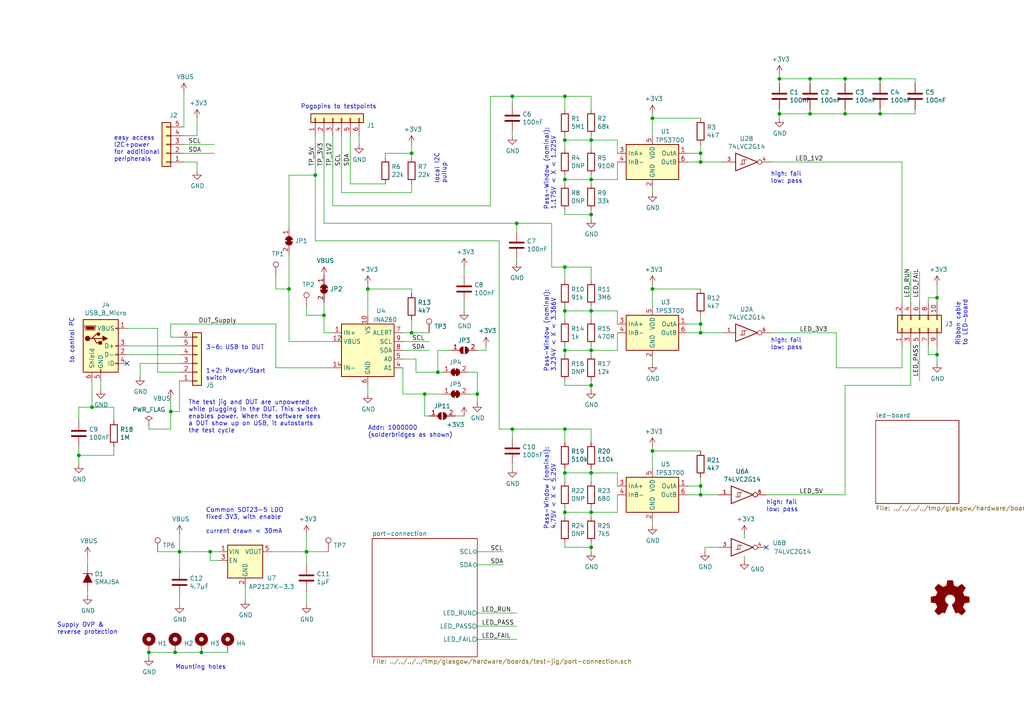
<source format=kicad_sch>
(kicad_sch (version 20230121) (generator eeschema)
  (paper "A4")
  (title_block (title "Glasgow Test Jig") (comment 1 "License 0BSD or Apache 2.0") (comment 3 "by Electronic Eel") (comment 4 "Test Jig for Glasgow revC1"))
  (junction (at 91.44 50.8))
  (junction (at 245.11 22.86))
  (junction (at 171.45 137.16))
  (junction (at 271.78 102.87))
  (junction (at 171.45 90.17))
  (junction (at 189.23 83.82))
  (junction (at 163.83 27.94))
  (junction (at 58.42 189.23))
  (junction (at 163.83 40.64))
  (junction (at 189.23 34.29))
  (junction (at 255.27 33.02))
  (junction (at 163.83 90.17))
  (junction (at 93.98 91.44))
  (junction (at 171.45 101.6))
  (junction (at 203.2 44.45))
  (junction (at 123.19 114.3))
  (junction (at 148.59 27.94))
  (junction (at 149.86 64.77))
  (junction (at 163.83 137.16))
  (junction (at 163.83 52.07))
  (junction (at 50.8 189.23))
  (junction (at 234.95 22.86))
  (junction (at 88.9 160.02))
  (junction (at 148.59 124.46))
  (junction (at 234.95 33.02))
  (junction (at 203.2 93.98))
  (junction (at 127 107.95))
  (junction (at 26.67 118.11))
  (junction (at 163.83 77.47))
  (junction (at 83.82 83.82))
  (junction (at 255.27 22.86))
  (junction (at 163.83 101.6))
  (junction (at 119.38 96.52))
  (junction (at 203.2 46.99))
  (junction (at 52.07 160.02))
  (junction (at 106.68 83.82))
  (junction (at 171.45 52.07))
  (junction (at 163.83 124.46))
  (junction (at 138.43 114.3))
  (junction (at 171.45 40.64))
  (junction (at 203.2 143.51))
  (junction (at 271.78 86.36))
  (junction (at 171.45 62.23))
  (junction (at 203.2 96.52))
  (junction (at 189.23 130.81))
  (junction (at 49.53 119.38))
  (junction (at 171.45 111.76))
  (junction (at 171.45 148.59))
  (junction (at 226.06 33.02))
  (junction (at 171.45 158.75))
  (junction (at 203.2 140.97))
  (junction (at 226.06 22.86))
  (junction (at 163.83 148.59))
  (junction (at 60.96 160.02))
  (junction (at 119.38 44.45))
  (junction (at 245.11 33.02))
  (junction (at 43.18 189.23))
  (junction (at 22.86 132.08))
  (no_connect (at 222.25 158.75))
  (no_connect (at 36.83 105.41))
  (wire (pts (xy 215.9 154.94) (xy 215.9 156.21)))
  (wire (pts (xy 80.01 83.82) (xy 83.82 83.82)))
  (wire (pts (xy 179.07 90.17) (xy 171.45 90.17)))
  (wire (pts (xy 265.43 33.02) (xy 265.43 31.75)))
  (wire (pts (xy 163.83 40.64) (xy 163.83 43.18)))
  (wire (pts (xy 171.45 111.76) (xy 171.45 110.49)))
  (wire (pts (xy 163.83 157.48) (xy 163.83 158.75)))
  (wire (pts (xy 149.86 67.31) (xy 149.86 64.77)))
  (wire (pts (xy 163.83 62.23) (xy 171.45 62.23)))
  (wire (pts (xy 93.98 64.77) (xy 149.86 64.77)))
  (wire (pts (xy 179.07 96.52) (xy 179.07 101.6)))
  (wire (pts (xy 138.43 163.83) (xy 146.05 163.83)))
  (wire (pts (xy 226.06 33.02) (xy 234.95 33.02)))
  (wire (pts (xy 116.84 104.14) (xy 120.65 104.14)))
  (wire (pts (xy 171.45 113.03) (xy 171.45 111.76)))
  (wire (pts (xy 203.2 46.99) (xy 209.55 46.99)))
  (wire (pts (xy 261.62 106.68) (xy 261.62 100.33)))
  (wire (pts (xy 163.83 77.47) (xy 163.83 81.28)))
  (wire (pts (xy 234.95 22.86) (xy 234.95 24.13)))
  (wire (pts (xy 96.52 39.37) (xy 96.52 59.69)))
  (wire (pts (xy 163.83 52.07) (xy 171.45 52.07)))
  (wire (pts (xy 179.07 52.07) (xy 171.45 52.07)))
  (wire (pts (xy 52.07 160.02) (xy 52.07 154.94)))
  (wire (pts (xy 63.5 160.02) (xy 60.96 160.02)))
  (wire (pts (xy 106.68 91.44) (xy 106.68 83.82)))
  (wire (pts (xy 208.28 158.75) (xy 204.47 158.75)))
  (wire (pts (xy 119.38 41.91) (xy 119.38 44.45)))
  (wire (pts (xy 83.82 73.66) (xy 83.82 83.82)))
  (wire (pts (xy 52.07 97.79) (xy 49.53 97.79)))
  (wire (pts (xy 80.01 80.01) (xy 80.01 83.82)))
  (wire (pts (xy 171.45 43.18) (xy 171.45 40.64)))
  (wire (pts (xy 245.11 22.86) (xy 245.11 24.13)))
  (wire (pts (xy 88.9 91.44) (xy 93.98 91.44)))
  (wire (pts (xy 203.2 96.52) (xy 209.55 96.52)))
  (wire (pts (xy 49.53 97.79) (xy 49.53 93.98)))
  (wire (pts (xy 245.11 22.86) (xy 255.27 22.86)))
  (wire (pts (xy 138.43 101.6) (xy 140.97 101.6)))
  (wire (pts (xy 171.45 27.94) (xy 171.45 31.75)))
  (wire (pts (xy 179.07 40.64) (xy 171.45 40.64)))
  (wire (pts (xy 189.23 83.82) (xy 189.23 88.9)))
  (wire (pts (xy 138.43 160.02) (xy 146.05 160.02)))
  (wire (pts (xy 203.2 41.91) (xy 203.2 44.45)))
  (wire (pts (xy 189.23 130.81) (xy 189.23 135.89)))
  (wire (pts (xy 43.18 124.46) (xy 43.18 123.19)))
  (wire (pts (xy 148.59 135.89) (xy 148.59 134.62)))
  (wire (pts (xy 40.64 105.41) (xy 40.64 109.22)))
  (wire (pts (xy 106.68 83.82) (xy 106.68 82.55)))
  (wire (pts (xy 83.82 66.04) (xy 83.82 50.8)))
  (wire (pts (xy 36.83 100.33) (xy 52.07 100.33)))
  (wire (pts (xy 93.98 91.44) (xy 93.98 96.52)))
  (wire (pts (xy 189.23 33.02) (xy 189.23 34.29)))
  (wire (pts (xy 83.82 50.8) (xy 91.44 50.8)))
  (wire (pts (xy 242.57 96.52) (xy 242.57 106.68)))
  (wire (pts (xy 179.07 93.98) (xy 179.07 90.17)))
  (wire (pts (xy 123.19 120.65) (xy 123.19 114.3)))
  (wire (pts (xy 123.19 114.3) (xy 128.27 114.3)))
  (wire (pts (xy 234.95 33.02) (xy 234.95 31.75)))
  (wire (pts (xy 203.2 46.99) (xy 203.2 44.45)))
  (wire (pts (xy 163.83 60.96) (xy 163.83 62.23)))
  (wire (pts (xy 104.14 39.37) (xy 104.14 41.91)))
  (wire (pts (xy 144.78 69.85) (xy 144.78 124.46)))
  (wire (pts (xy 234.95 33.02) (xy 245.11 33.02)))
  (wire (pts (xy 163.83 124.46) (xy 163.83 128.27)))
  (wire (pts (xy 163.83 39.37) (xy 163.83 40.64)))
  (wire (pts (xy 203.2 44.45) (xy 199.39 44.45)))
  (wire (pts (xy 120.65 107.95) (xy 127 107.95)))
  (wire (pts (xy 124.46 120.65) (xy 123.19 120.65)))
  (wire (pts (xy 171.45 90.17) (xy 163.83 90.17)))
  (wire (pts (xy 116.84 96.52) (xy 119.38 96.52)))
  (wire (pts (xy 203.2 140.97) (xy 199.39 140.97)))
  (wire (pts (xy 163.83 27.94) (xy 171.45 27.94)))
  (wire (pts (xy 138.43 177.8) (xy 149.86 177.8)))
  (wire (pts (xy 179.07 101.6) (xy 171.45 101.6)))
  (wire (pts (xy 119.38 96.52) (xy 124.46 96.52)))
  (wire (pts (xy 171.45 158.75) (xy 171.45 157.48)))
  (wire (pts (xy 116.84 99.06) (xy 124.46 99.06)))
  (wire (pts (xy 60.96 160.02) (xy 52.07 160.02)))
  (wire (pts (xy 52.07 110.49) (xy 52.07 119.38)))
  (wire (pts (xy 127 101.6) (xy 127 107.95)))
  (wire (pts (xy 271.78 86.36) (xy 271.78 87.63)))
  (wire (pts (xy 255.27 22.86) (xy 255.27 24.13)))
  (wire (pts (xy 148.59 27.94) (xy 163.83 27.94)))
  (wire (pts (xy 179.07 46.99) (xy 179.07 52.07)))
  (wire (pts (xy 171.45 90.17) (xy 171.45 88.9)))
  (wire (pts (xy 43.18 189.23) (xy 43.18 190.5)))
  (wire (pts (xy 119.38 96.52) (xy 119.38 92.71)))
  (wire (pts (xy 99.06 55.88) (xy 119.38 55.88)))
  (wire (pts (xy 199.39 143.51) (xy 203.2 143.51)))
  (wire (pts (xy 255.27 33.02) (xy 265.43 33.02)))
  (wire (pts (xy 49.53 93.98) (xy 80.01 93.98)))
  (wire (pts (xy 199.39 46.99) (xy 203.2 46.99)))
  (wire (pts (xy 171.45 124.46) (xy 171.45 128.27)))
  (wire (pts (xy 101.6 39.37) (xy 101.6 53.34)))
  (wire (pts (xy 53.34 41.91) (xy 62.23 41.91)))
  (wire (pts (xy 269.24 86.36) (xy 271.78 86.36)))
  (wire (pts (xy 163.83 50.8) (xy 163.83 52.07)))
  (wire (pts (xy 22.86 132.08) (xy 22.86 134.62)))
  (wire (pts (xy 163.83 158.75) (xy 171.45 158.75)))
  (wire (pts (xy 163.83 101.6) (xy 163.83 100.33)))
  (wire (pts (xy 43.18 189.23) (xy 50.8 189.23)))
  (wire (pts (xy 49.53 119.38) (xy 49.53 115.57)))
  (wire (pts (xy 203.2 83.82) (xy 189.23 83.82)))
  (wire (pts (xy 96.52 59.69) (xy 142.24 59.69)))
  (wire (pts (xy 36.83 102.87) (xy 52.07 102.87)))
  (wire (pts (xy 160.02 77.47) (xy 160.02 64.77)))
  (wire (pts (xy 163.83 40.64) (xy 171.45 40.64)))
  (wire (pts (xy 171.45 148.59) (xy 163.83 148.59)))
  (wire (pts (xy 134.62 87.63) (xy 134.62 90.17)))
  (wire (pts (xy 179.07 148.59) (xy 171.45 148.59)))
  (wire (pts (xy 25.4 161.29) (xy 25.4 163.83)))
  (wire (pts (xy 45.72 95.25) (xy 45.72 107.95)))
  (wire (pts (xy 171.45 92.71) (xy 171.45 90.17)))
  (wire (pts (xy 22.86 118.11) (xy 26.67 118.11)))
  (wire (pts (xy 163.83 52.07) (xy 163.83 53.34)))
  (wire (pts (xy 135.89 107.95) (xy 138.43 107.95)))
  (wire (pts (xy 71.12 173.99) (xy 71.12 170.18)))
  (wire (pts (xy 269.24 102.87) (xy 271.78 102.87)))
  (wire (pts (xy 226.06 34.29) (xy 226.06 33.02)))
  (wire (pts (xy 119.38 55.88) (xy 119.38 53.34)))
  (wire (pts (xy 163.83 92.71) (xy 163.83 90.17)))
  (wire (pts (xy 134.62 80.01) (xy 134.62 77.47)))
  (wire (pts (xy 163.83 124.46) (xy 171.45 124.46)))
  (wire (pts (xy 189.23 34.29) (xy 189.23 39.37)))
  (wire (pts (xy 45.72 107.95) (xy 52.07 107.95)))
  (wire (pts (xy 265.43 22.86) (xy 265.43 24.13)))
  (wire (pts (xy 163.83 111.76) (xy 163.83 110.49)))
  (wire (pts (xy 203.2 91.44) (xy 203.2 93.98)))
  (wire (pts (xy 148.59 124.46) (xy 163.83 124.46)))
  (wire (pts (xy 53.34 36.83) (xy 53.34 26.67)))
  (wire (pts (xy 223.52 96.52) (xy 242.57 96.52)))
  (wire (pts (xy 22.86 129.54) (xy 22.86 132.08)))
  (wire (pts (xy 171.45 52.07) (xy 171.45 50.8)))
  (wire (pts (xy 203.2 130.81) (xy 189.23 130.81)))
  (wire (pts (xy 189.23 105.41) (xy 189.23 104.14)))
  (wire (pts (xy 264.16 100.33) (xy 264.16 111.76)))
  (wire (pts (xy 119.38 83.82) (xy 106.68 83.82)))
  (wire (pts (xy 149.86 64.77) (xy 160.02 64.77)))
  (wire (pts (xy 111.76 44.45) (xy 119.38 44.45)))
  (wire (pts (xy 203.2 138.43) (xy 203.2 140.97)))
  (wire (pts (xy 91.44 50.8) (xy 91.44 69.85)))
  (wire (pts (xy 99.06 39.37) (xy 99.06 55.88)))
  (wire (pts (xy 53.34 44.45) (xy 62.23 44.45)))
  (wire (pts (xy 142.24 59.69) (xy 142.24 27.94)))
  (wire (pts (xy 88.9 160.02) (xy 95.25 160.02)))
  (wire (pts (xy 26.67 118.11) (xy 33.02 118.11)))
  (wire (pts (xy 163.83 102.87) (xy 163.83 101.6)))
  (wire (pts (xy 234.95 22.86) (xy 245.11 22.86)))
  (wire (pts (xy 163.83 139.7) (xy 163.83 137.16)))
  (wire (pts (xy 171.45 77.47) (xy 171.45 81.28)))
  (wire (pts (xy 171.45 62.23) (xy 171.45 63.5)))
  (wire (pts (xy 149.86 76.2) (xy 149.86 74.93)))
  (wire (pts (xy 120.65 104.14) (xy 120.65 107.95)))
  (wire (pts (xy 245.11 33.02) (xy 245.11 31.75)))
  (wire (pts (xy 96.52 96.52) (xy 93.98 96.52)))
  (wire (pts (xy 245.11 143.51) (xy 222.25 143.51)))
  (wire (pts (xy 148.59 30.48) (xy 148.59 27.94)))
  (wire (pts (xy 36.83 95.25) (xy 45.72 95.25)))
  (wire (pts (xy 91.44 50.8) (xy 91.44 39.37)))
  (wire (pts (xy 171.45 149.86) (xy 171.45 148.59)))
  (wire (pts (xy 83.82 83.82) (xy 83.82 99.06)))
  (wire (pts (xy 269.24 100.33) (xy 269.24 102.87)))
  (wire (pts (xy 189.23 82.55) (xy 189.23 83.82)))
  (wire (pts (xy 93.98 87.63) (xy 93.98 91.44)))
  (wire (pts (xy 204.47 158.75) (xy 204.47 160.02)))
  (wire (pts (xy 171.45 40.64) (xy 171.45 39.37)))
  (wire (pts (xy 22.86 121.92) (xy 22.86 118.11)))
  (wire (pts (xy 138.43 107.95) (xy 138.43 114.3)))
  (wire (pts (xy 148.59 127) (xy 148.59 124.46)))
  (wire (pts (xy 119.38 44.45) (xy 119.38 45.72)))
  (wire (pts (xy 226.06 33.02) (xy 226.06 31.75)))
  (wire (pts (xy 33.02 129.54) (xy 33.02 132.08)))
  (wire (pts (xy 160.02 77.47) (xy 163.83 77.47)))
  (wire (pts (xy 203.2 143.51) (xy 203.2 140.97)))
  (wire (pts (xy 171.45 139.7) (xy 171.45 137.16)))
  (wire (pts (xy 226.06 22.86) (xy 234.95 22.86)))
  (wire (pts (xy 142.24 27.94) (xy 148.59 27.94)))
  (wire (pts (xy 101.6 53.34) (xy 111.76 53.34)))
  (wire (pts (xy 130.81 101.6) (xy 127 101.6)))
  (wire (pts (xy 266.7 87.63) (xy 266.7 78.74)))
  (wire (pts (xy 261.62 46.99) (xy 261.62 87.63)))
  (wire (pts (xy 245.11 111.76) (xy 245.11 143.51)))
  (wire (pts (xy 88.9 88.9) (xy 88.9 91.44)))
  (wire (pts (xy 96.52 106.68) (xy 80.01 106.68)))
  (wire (pts (xy 264.16 87.63) (xy 264.16 78.74)))
  (wire (pts (xy 29.21 113.03) (xy 29.21 110.49)))
  (wire (pts (xy 163.83 77.47) (xy 171.45 77.47)))
  (wire (pts (xy 179.07 143.51) (xy 179.07 148.59)))
  (wire (pts (xy 26.67 110.49) (xy 26.67 118.11)))
  (wire (pts (xy 171.45 137.16) (xy 171.45 135.89)))
  (wire (pts (xy 163.83 90.17) (xy 163.83 88.9)))
  (wire (pts (xy 140.97 101.6) (xy 140.97 100.33)))
  (wire (pts (xy 96.52 99.06) (xy 83.82 99.06)))
  (wire (pts (xy 116.84 101.6) (xy 124.46 101.6)))
  (wire (pts (xy 171.45 101.6) (xy 171.45 100.33)))
  (wire (pts (xy 271.78 102.87) (xy 271.78 105.41)))
  (wire (pts (xy 135.89 114.3) (xy 138.43 114.3)))
  (wire (pts (xy 52.07 175.26) (xy 52.07 172.72)))
  (wire (pts (xy 138.43 185.42) (xy 149.86 185.42)))
  (wire (pts (xy 106.68 114.3) (xy 106.68 111.76)))
  (wire (pts (xy 189.23 55.88) (xy 189.23 54.61)))
  (wire (pts (xy 171.45 137.16) (xy 163.83 137.16)))
  (wire (pts (xy 60.96 162.56) (xy 60.96 160.02)))
  (wire (pts (xy 203.2 96.52) (xy 203.2 93.98)))
  (wire (pts (xy 163.83 148.59) (xy 163.83 147.32)))
  (wire (pts (xy 171.45 160.02) (xy 171.45 158.75)))
  (wire (pts (xy 171.45 102.87) (xy 171.45 101.6)))
  (wire (pts (xy 91.44 69.85) (xy 144.78 69.85)))
  (wire (pts (xy 33.02 132.08) (xy 22.86 132.08)))
  (wire (pts (xy 53.34 46.99) (xy 57.15 46.99)))
  (wire (pts (xy 138.43 181.61) (xy 149.86 181.61)))
  (wire (pts (xy 163.83 31.75) (xy 163.83 27.94)))
  (wire (pts (xy 49.53 119.38) (xy 49.53 124.46)))
  (wire (pts (xy 264.16 111.76) (xy 245.11 111.76)))
  (wire (pts (xy 271.78 102.87) (xy 271.78 100.33)))
  (wire (pts (xy 255.27 22.86) (xy 265.43 22.86)))
  (wire (pts (xy 116.84 114.3) (xy 123.19 114.3)))
  (wire (pts (xy 171.45 60.96) (xy 171.45 62.23)))
  (wire (pts (xy 53.34 39.37) (xy 57.15 39.37)))
  (wire (pts (xy 269.24 87.63) (xy 269.24 86.36)))
  (wire (pts (xy 226.06 22.86) (xy 226.06 24.13)))
  (wire (pts (xy 88.9 163.83) (xy 88.9 160.02)))
  (wire (pts (xy 171.45 148.59) (xy 171.45 147.32)))
  (wire (pts (xy 179.07 44.45) (xy 179.07 40.64)))
  (wire (pts (xy 189.23 129.54) (xy 189.23 130.81)))
  (wire (pts (xy 148.59 39.37) (xy 148.59 38.1)))
  (wire (pts (xy 138.43 114.3) (xy 138.43 116.84)))
  (wire (pts (xy 271.78 82.55) (xy 271.78 86.36)))
  (wire (pts (xy 132.08 120.65) (xy 134.62 120.65)))
  (wire (pts (xy 144.78 124.46) (xy 148.59 124.46)))
  (wire (pts (xy 215.9 161.29) (xy 215.9 162.56)))
  (wire (pts (xy 88.9 175.26) (xy 88.9 171.45)))
  (wire (pts (xy 179.07 137.16) (xy 171.45 137.16)))
  (wire (pts (xy 266.7 100.33) (xy 266.7 110.49)))
  (wire (pts (xy 33.02 118.11) (xy 33.02 121.92)))
  (wire (pts (xy 127 107.95) (xy 128.27 107.95)))
  (wire (pts (xy 199.39 96.52) (xy 203.2 96.52)))
  (wire (pts (xy 52.07 160.02) (xy 45.72 160.02)))
  (wire (pts (xy 88.9 160.02) (xy 88.9 154.94)))
  (wire (pts (xy 171.45 53.34) (xy 171.45 52.07)))
  (wire (pts (xy 25.4 171.45) (xy 25.4 172.72)))
  (wire (pts (xy 255.27 33.02) (xy 255.27 31.75)))
  (wire (pts (xy 52.07 105.41) (xy 40.64 105.41)))
  (wire (pts (xy 245.11 33.02) (xy 255.27 33.02)))
  (wire (pts (xy 163.83 149.86) (xy 163.83 148.59)))
  (wire (pts (xy 171.45 101.6) (xy 163.83 101.6)))
  (wire (pts (xy 189.23 152.4) (xy 189.23 151.13)))
  (wire (pts (xy 119.38 85.09) (xy 119.38 83.82)))
  (wire (pts (xy 49.53 124.46) (xy 43.18 124.46)))
  (wire (pts (xy 171.45 111.76) (xy 163.83 111.76)))
  (wire (pts (xy 226.06 21.59) (xy 226.06 22.86)))
  (wire (pts (xy 203.2 34.29) (xy 189.23 34.29)))
  (wire (pts (xy 242.57 106.68) (xy 261.62 106.68)))
  (wire (pts (xy 179.07 140.97) (xy 179.07 137.16)))
  (wire (pts (xy 163.83 137.16) (xy 163.83 135.89)))
  (wire (pts (xy 58.42 189.23) (xy 66.04 189.23)))
  (wire (pts (xy 203.2 143.51) (xy 208.28 143.51)))
  (wire (pts (xy 57.15 46.99) (xy 57.15 49.53)))
  (wire (pts (xy 203.2 93.98) (xy 199.39 93.98)))
  (wire (pts (xy 63.5 162.56) (xy 60.96 162.56)))
  (wire (pts (xy 52.07 119.38) (xy 49.53 119.38)))
  (wire (pts (xy 50.8 189.23) (xy 58.42 189.23)))
  (wire (pts (xy 116.84 106.68) (xy 116.84 114.3)))
  (wire (pts (xy 80.01 106.68) (xy 80.01 93.98)))
  (wire (pts (xy 93.98 39.37) (xy 93.98 64.77)))
  (wire (pts (xy 223.52 46.99) (xy 261.62 46.99)))
  (wire (pts (xy 52.07 165.1) (xy 52.07 160.02)))
  (wire (pts (xy 57.15 39.37) (xy 57.15 34.29)))
  (wire (pts (xy 111.76 45.72) (xy 111.76 44.45)))
  (wire (pts (xy 78.74 160.02) (xy 88.9 160.02)))
  (text "3-6: USB to DUT" (at 59.69 101.6 0) (effects (font (size 1.27 1.27)) (justify left bottom)))
  (text "Addr: 1000000\n(solderbridges as shown)" (at 106.68 127 0) (effects (font (size 1.27 1.27)) (justify left bottom)))
  (text "Pass-Window (nominal):\n1.175V < X < 1.225V" (at 161.29 60.96 90) (effects (font (size 1.27 1.27)) (justify left bottom)))
  (text "Pass-Window (nominal):\n3.234V < X < 3.366V" (at 161.29 107.95 90) (effects (font (size 1.27 1.27)) (justify left bottom)))
  (text "high: fail\nlow: pass" (at 223.52 53.34 0) (effects (font (size 1.27 1.27)) (justify left bottom)))
  (text "Ribbon cable\nto LED-board" (at 280.67 100.33 90) (effects (font (size 1.27 1.27)) (justify left bottom)))
  (text "The test jig and DUT are unpowered\nwhile plugging in the DUT. This switch\nenables power. When the software sees\na DUT show up on USB, it autostarts\nthe test cycle" (at 54.61 125.73 0) (effects (font (size 1.27 1.27)) (justify left bottom)))
  (text "high: fail\nlow: pass" (at 223.52 101.6 0) (effects (font (size 1.27 1.27)) (justify left bottom)))
  (text "1+2: Power/Start\nswitch" (at 59.69 110.49 0) (effects (font (size 1.27 1.27)) (justify left bottom)))
  (text "to control PC" (at 21.59 105.41 90) (effects (font (size 1.27 1.27)) (justify left bottom)))
  (text "easy access\nI2C+power\nfor additional\nperipherals\n" (at 33.02 46.99 0) (effects (font (size 1.27 1.27)) (justify left bottom)))
  (text "local I2C\npullup" (at 129.54 53.34 90) (effects (font (size 1.27 1.27)) (justify left bottom)))
  (text "Pass-Window (nominal):\n4.75V < X < 5.25V" (at 161.29 153.67 90) (effects (font (size 1.27 1.27)) (justify left bottom)))
  (text "Mounting holes" (at 50.8 194.31 0) (effects (font (size 1.27 1.27)) (justify left bottom)))
  (text "Common SOT23-5 LDO\nfixed 3V3, with enable\n\ncurrent drawn < 30mA" (at 59.69 154.94 0) (effects (font (size 1.27 1.27)) (justify left bottom)))
  (text "Pogopins to testpoints" (at 109.22 31.75 0) (effects (font (size 1.27 1.27)) (justify right bottom)))
  (text "high: fail\nlow: pass" (at 222.25 148.59 0) (effects (font (size 1.27 1.27)) (justify left bottom)))
  (text "Supply OVP &\nreverse protection" (at 16.51 184.15 0) (effects (font (size 1.27 1.27)) (justify left bottom)))
  (label "SDA" (at 101.6 48.26 90))
  (label "LED_RUN" (at 139.7 177.8 0))
  (label "LED_FAIL" (at 139.7 185.42 0))
  (label "LED_PASS" (at 139.7 181.61 0))
  (label "SDA" (at 142.24 163.83 0))
  (label "TP_3V3" (at 93.98 48.26 90))
  (label "LED_RUN" (at 264.16 86.36 90))
  (label "DUT_Supply" (at 68.58 93.98 180))
  (label "SDA" (at 123.19 101.6 180))
  (label "LED_5V" (at 238.76 143.51 180))
  (label "LED_1V2" (at 238.76 46.99 180))
  (label "LED_FAIL" (at 266.7 86.36 90))
  (label "SCL" (at 123.19 99.06 180))
  (label "LED_3V3" (at 240.03 96.52 180))
  (label "SCL" (at 99.06 48.26 90))
  (label "SCL" (at 54.61 41.91 0))
  (label "SDA" (at 54.61 44.45 0))
  (label "SCL" (at 142.24 160.02 0))
  (label "TP_1V2" (at 96.52 48.26 90))
  (label "LED_PASS" (at 266.7 109.22 90))
  (label "TP_5V" (at 91.44 48.26 90))
  (symbol (lib_id "test-jig-rescue:USB_B_Micro-Connector") (at 29.21 100.33 0) (unit 1)
    (property "Reference" "J4" (at 30.6578 88.4682 0))
    (property "Value" "USB_B_Micro" (at 30.6578 90.7796 0))
    (property "Footprint" "Connector_USB:USB_Micro-B_Molex_47346-0001" (effects hide))
    (property "Datasheet" "https://www.mouser.com/datasheet/2/276/0473460001_IO_CONNECTORS-229243.pdf" (effects hide))
  )
  (symbol (lib_id "Device:C") (at 22.86 125.73 0) (unit 1)
    (property "Reference" "C9" (at 25.781 124.5616 0) (effects (justify left)))
    (property "Value" "100nF" (at 25.781 126.873 0) (effects (justify left)))
    (property "Footprint" "Capacitor_SMD:C_0603_1608Metric_Pad1.05x0.95mm_HandSolder" (effects hide))
  )
  (symbol (lib_id "Device:R") (at 33.02 125.73 0) (unit 1)
    (property "Reference" "R18" (at 34.798 124.5616 0) (effects (justify left)))
    (property "Value" "1M" (at 34.798 126.873 0) (effects (justify left)))
    (property "Footprint" "Resistor_SMD:R_0603_1608Metric_Pad1.05x0.95mm_HandSolder" (effects hide))
  )
  (symbol (lib_id "power:GND") (at 22.86 134.62 0) (unit 1)
    (property "Reference" "#PWR029" (effects hide))
    (property "Value" "GND" (at 22.987 139.0142 0))
  )
  (symbol (lib_id "power:GND") (at 29.21 113.03 0) (unit 1)
    (property "Reference" "#PWR021" (effects hide))
    (property "Value" "GND" (at 29.337 117.4242 0))
  )
  (symbol (lib_id "power:VBUS") (at 49.53 115.57 0) (unit 1)
    (property "Reference" "#PWR020" (effects hide))
    (property "Value" "VBUS" (at 46.99 115.57 0))
  )
  (symbol (lib_id "Connector_Generic:Conn_02x05_Odd_Even") (at 266.7 95.25 90) (unit 1)
    (property "Reference" "J3" (at 274.0152 93.98 90) (effects (justify right)))
    (property "Value" "Conn_02x05_Odd_Even" (effects hide))
    (property "Footprint" "Connector_IDC:IDC-Header_2x05_P2.54mm_Vertical" (effects hide))
  )
  (symbol (lib_id "test-jig-rescue:AP2127K-3.3-Regulator_Linear") (at 71.12 162.56 0) (unit 1)
    (property "Reference" "U7" (at 78.74 167.64 0))
    (property "Value" "AP2127K-3.3" (at 78.74 170.18 0))
    (property "Footprint" "Package_TO_SOT_SMD:SOT-23-5_HandSoldering" (effects hide))
    (property "Datasheet" "https://www.diodes.com/assets/Datasheets/AP2127.pdf" (effects hide))
  )
  (symbol (lib_id "power:VBUS") (at 52.07 154.94 0) (unit 1)
    (property "Reference" "#PWR032" (effects hide))
    (property "Value" "VBUS" (at 52.451 150.5458 0))
  )
  (symbol (lib_id "Device:C") (at 52.07 168.91 0) (unit 1)
    (property "Reference" "C12" (at 54.991 167.7416 0) (effects (justify left)))
    (property "Value" "4.7µF" (at 54.991 170.053 0) (effects (justify left)))
    (property "Footprint" "Capacitor_SMD:C_0805_2012Metric_Pad1.15x1.40mm_HandSolder" (effects hide))
  )
  (symbol (lib_id "power:GND") (at 52.07 175.26 0) (unit 1)
    (property "Reference" "#PWR041" (effects hide))
    (property "Value" "GND" (at 52.197 179.6542 0))
  )
  (symbol (lib_id "power:GND") (at 71.12 173.99 0) (unit 1)
    (property "Reference" "#PWR040" (effects hide))
    (property "Value" "GND" (at 71.247 178.3842 0))
  )
  (symbol (lib_id "test-jig-rescue:+3.3V-power") (at 88.9 154.94 0) (unit 1)
    (property "Reference" "#PWR033" (effects hide))
    (property "Value" "+3.3V" (at 89.281 150.5458 0))
  )
  (symbol (lib_id "Device:C") (at 88.9 167.64 0) (unit 1)
    (property "Reference" "C11" (at 91.821 166.4716 0) (effects (justify left)))
    (property "Value" "1µF" (at 91.821 168.783 0) (effects (justify left)))
    (property "Footprint" "Capacitor_SMD:C_0603_1608Metric_Pad1.05x0.95mm_HandSolder" (effects hide))
  )
  (symbol (lib_id "power:GND") (at 88.9 175.26 0) (unit 1)
    (property "Reference" "#PWR042" (effects hide))
    (property "Value" "GND" (at 89.027 179.6542 0))
  )
  (symbol (lib_id "power:GND") (at 215.9 162.56 0) (unit 1)
    (property "Reference" "#PWR038" (effects hide))
    (property "Value" "GND" (at 219.71 165.1 0))
  )
  (symbol (lib_id "test-jig-rescue:+3.3V-power") (at 215.9 154.94 0) (unit 1)
    (property "Reference" "#PWR034" (effects hide))
    (property "Value" "+3.3V" (at 216.281 150.5458 0))
  )
  (symbol (lib_id "Device:R") (at 163.83 35.56 0) (unit 1)
    (property "Reference" "R1" (at 165.608 34.3916 0) (effects (justify left)))
    (property "Value" "5M1" (at 165.608 36.703 0) (effects (justify left)))
    (property "Footprint" "Resistor_SMD:R_0603_1608Metric_Pad1.05x0.95mm_HandSolder" (effects hide))
  )
  (symbol (lib_id "Device:R") (at 163.83 46.99 0) (unit 1)
    (property "Reference" "R4" (at 165.608 45.8216 0) (effects (justify left)))
    (property "Value" "DNP" (at 165.608 48.133 0) (effects (justify left)))
    (property "Footprint" "Resistor_SMD:R_0603_1608Metric_Pad1.05x0.95mm_HandSolder" (effects hide))
  )
  (symbol (lib_id "Device:R") (at 163.83 57.15 0) (unit 1)
    (property "Reference" "R8" (at 165.608 55.9816 0) (effects (justify left)))
    (property "Value" "DNP" (at 165.608 58.293 0) (effects (justify left)))
    (property "Footprint" "Resistor_SMD:R_0603_1608Metric_Pad1.05x0.95mm_HandSolder" (effects hide))
  )
  (symbol (lib_id "power:GND") (at 40.64 109.22 0) (unit 1)
    (property "Reference" "#PWR019" (effects hide))
    (property "Value" "GND" (at 40.767 113.6142 0))
  )
  (symbol (lib_id "Jumper:SolderJumper_2_Bridged") (at 132.08 107.95 0) (unit 1)
    (property "Reference" "JP4" (at 132.08 105.0798 0))
    (property "Value" "SolderJumper_2_Bridged" (effects hide))
    (property "Footprint" "Glasgow:Solderbridge-small-2pad" (effects hide))
  )
  (symbol (lib_id "Jumper:SolderJumper_2_Bridged") (at 132.08 114.3 0) (unit 1)
    (property "Reference" "JP5" (at 132.08 111.4298 0))
    (property "Value" "SolderJumper_2_Bridged" (effects hide))
    (property "Footprint" "Glasgow:Solderbridge-small-2pad" (effects hide))
  )
  (symbol (lib_id "Sensor:INA260") (at 106.68 101.6 0) (unit 1)
    (property "Reference" "U4" (at 110.49 90.17 0))
    (property "Value" "INA260" (at 111.76 92.71 0))
    (property "Footprint" "Package_SO:TSSOP-16_4.4x5mm_P0.65mm" (effects hide))
    (property "Datasheet" "http://www.ti.com/lit/ds/symlink/ina260.pdf" (effects hide))
  )
  (symbol (lib_id "test-jig-rescue:+3.3V-power") (at 106.68 82.55 0) (unit 1)
    (property "Reference" "#PWR014" (effects hide))
    (property "Value" "+3.3V" (at 107.061 78.1558 0))
  )
  (symbol (lib_id "power:GND") (at 106.68 114.3 0) (unit 1)
    (property "Reference" "#PWR024" (effects hide))
    (property "Value" "GND" (at 106.807 118.6942 0))
  )
  (symbol (lib_id "power:VBUS") (at 93.98 80.01 0) (unit 1)
    (property "Reference" "#PWR012" (effects hide))
    (property "Value" "VBUS" (at 94.361 75.6158 0))
  )
  (symbol (lib_id "Connector_Generic:Conn_01x06") (at 96.52 34.29 90) (unit 1)
    (property "Reference" "J1" (at 106.3752 36.3728 90) (effects (justify right)))
    (property "Value" "AST04106" (effects hide))
    (property "Footprint" "Glasgow:TerminalBlock_MetzConnect_AST04106_1x06_Lever_Clamp_45Degree" (effects hide))
    (property "Datasheet" "https://www.metz-connect.com/en/system/files/productfiles/Data_sheet_AST041.PDF" (effects hide))
  )
  (symbol (lib_id "power:GND") (at 104.14 41.91 0) (unit 1)
    (property "Reference" "#PWR06" (effects hide))
    (property "Value" "GND" (at 104.267 46.3042 0))
  )
  (symbol (lib_id "power:GND") (at 138.43 116.84 0) (unit 1)
    (property "Reference" "#PWR026" (effects hide))
    (property "Value" "GND" (at 138.557 121.2342 0))
  )
  (symbol (lib_id "test-jig-rescue:+3.3V-power") (at 271.78 82.55 0) (unit 1)
    (property "Reference" "#PWR016" (effects hide))
    (property "Value" "+3.3V" (at 272.161 78.1558 0))
  )
  (symbol (lib_id "Device:R") (at 119.38 88.9 0) (unit 1)
    (property "Reference" "R13" (at 121.158 87.7316 0) (effects (justify left)))
    (property "Value" "4k7" (at 121.158 90.043 0) (effects (justify left)))
    (property "Footprint" "Resistor_SMD:R_0603_1608Metric_Pad1.05x0.95mm_HandSolder" (effects hide))
  )
  (symbol (lib_id "Connector:TestPoint") (at 124.46 96.52 0) (unit 1)
    (property "Reference" "TP3" (at 125.9332 94.6912 0) (effects (justify left)))
    (property "Value" "TestPoint" (effects hide))
    (property "Footprint" "TestPoint:TestPoint_THTPad_D1.5mm_Drill0.7mm" (effects hide))
  )
  (symbol (lib_id "Connector:TestPoint") (at 80.01 80.01 0) (mirror y) (unit 1)
    (property "Reference" "TP1" (at 78.74 73.66 0) (effects (justify right)))
    (property "Value" "TestPoint" (effects hide))
    (property "Footprint" "TestPoint:TestPoint_THTPad_D1.5mm_Drill0.7mm" (effects hide))
  )
  (symbol (lib_id "power:GND") (at 271.78 105.41 0) (unit 1)
    (property "Reference" "#PWR018" (effects hide))
    (property "Value" "GND" (at 271.907 109.8042 0))
  )
  (symbol (lib_id "Jumper:SolderJumper_2_Bridged") (at 83.82 69.85 270) (unit 1)
    (property "Reference" "JP1" (at 85.5472 69.85 90) (effects (justify left)))
    (property "Value" "SolderJumper_2_Bridged" (effects hide))
    (property "Footprint" "Glasgow:Solderbridge-small-2pad" (effects hide))
  )
  (symbol (lib_id "Mechanical:MountingHole_Pad") (at 43.18 186.69 0) (unit 1)
    (property "Reference" "H1" (at 45.72 186.6138 0) (effects (justify left)))
    (property "Value" "MountingHole_Pad" (effects hide))
    (property "Footprint" "MountingHole:MountingHole_3.7mm_Pad_Via" (effects hide))
  )
  (symbol (lib_id "test-jig-rescue:+3.3V-power") (at 57.15 34.29 0) (unit 1)
    (property "Reference" "#PWR03" (effects hide))
    (property "Value" "+3.3V" (at 57.531 29.8958 0))
  )
  (symbol (lib_id "Mechanical:MountingHole_Pad") (at 50.8 186.69 0) (unit 1)
    (property "Reference" "H2" (at 53.34 186.6138 0) (effects (justify left)))
    (property "Value" "MountingHole_Pad" (effects hide))
    (property "Footprint" "MountingHole:MountingHole_3.7mm_Pad_Via" (effects hide))
  )
  (symbol (lib_id "power:GND") (at 57.15 49.53 0) (unit 1)
    (property "Reference" "#PWR08" (effects hide))
    (property "Value" "GND" (at 57.277 53.9242 0))
  )
  (symbol (lib_id "Mechanical:MountingHole_Pad") (at 58.42 186.69 0) (unit 1)
    (property "Reference" "H3" (at 60.96 186.6138 0) (effects (justify left)))
    (property "Value" "MountingHole_Pad" (effects hide))
    (property "Footprint" "MountingHole:MountingHole_3.7mm_Pad_Via" (effects hide))
  )
  (symbol (lib_id "Mechanical:MountingHole_Pad") (at 66.04 186.69 0) (unit 1)
    (property "Reference" "H4" (at 68.58 186.6138 0) (effects (justify left)))
    (property "Value" "MountingHole_Pad" (effects hide))
    (property "Footprint" "MountingHole:MountingHole_3.7mm_Pad_Via" (effects hide))
  )
  (symbol (lib_id "power:GND") (at 43.18 190.5 0) (unit 1)
    (property "Reference" "#PWR073" (effects hide))
    (property "Value" "GND" (at 43.307 194.8942 0))
  )
  (symbol (lib_id "power:PWR_FLAG") (at 43.18 123.19 0) (unit 1)
    (property "Reference" "#FLG01" (effects hide))
    (property "Value" "PWR_FLAG" (at 43.18 118.7958 0))
  )
  (symbol (lib_id "Connector:TestPoint") (at 88.9 88.9 0) (unit 1)
    (property "Reference" "TP2" (at 87.63 82.55 0) (effects (justify left)))
    (property "Value" "TestPoint" (effects hide))
    (property "Footprint" "TestPoint:TestPoint_THTPad_D1.5mm_Drill0.7mm" (effects hide))
  )
  (symbol (lib_id "Jumper:SolderJumper_2_Bridged") (at 93.98 83.82 270) (unit 1)
    (property "Reference" "JP2" (at 95.7072 83.82 90) (effects (justify left)))
    (property "Value" "SolderJumper_2_Bridged" (effects hide))
    (property "Footprint" "Jumper:SolderJumper-2_P1.3mm_Open_TrianglePad1.0x1.5mm" (effects hide))
  )
  (symbol (lib_id "Device:R") (at 111.76 49.53 0) (unit 1)
    (property "Reference" "R6" (at 113.538 48.3616 0) (effects (justify left)))
    (property "Value" "22k" (at 113.538 50.673 0) (effects (justify left)))
    (property "Footprint" "Resistor_SMD:R_0603_1608Metric_Pad1.05x0.95mm_HandSolder" (effects hide))
  )
  (symbol (lib_id "Device:R") (at 119.38 49.53 0) (unit 1)
    (property "Reference" "R7" (at 121.158 48.3616 0) (effects (justify left)))
    (property "Value" "22k" (at 121.158 50.673 0) (effects (justify left)))
    (property "Footprint" "Resistor_SMD:R_0603_1608Metric_Pad1.05x0.95mm_HandSolder" (effects hide))
  )
  (symbol (lib_id "test-jig-rescue:+3.3V-power") (at 119.38 41.91 0) (unit 1)
    (property "Reference" "#PWR07" (effects hide))
    (property "Value" "+3.3V" (at 119.761 37.5158 0))
  )
  (symbol (lib_id "Device:C") (at 134.62 83.82 0) (unit 1)
    (property "Reference" "C8" (at 137.541 82.6516 0) (effects (justify left)))
    (property "Value" "100nF" (at 137.541 84.963 0) (effects (justify left)))
    (property "Footprint" "Capacitor_SMD:C_0603_1608Metric_Pad1.05x0.95mm_HandSolder" (effects hide))
  )
  (symbol (lib_id "power:GND") (at 134.62 90.17 0) (unit 1)
    (property "Reference" "#PWR027" (effects hide))
    (property "Value" "GND" (at 134.747 94.5642 0))
  )
  (symbol (lib_id "test-jig-rescue:+3.3V-power") (at 134.62 77.47 0) (unit 1)
    (property "Reference" "#PWR025" (effects hide))
    (property "Value" "+3.3V" (at 135.001 73.0758 0))
  )
  (symbol (lib_id "Glasgow:TPS3700") (at 189.23 46.99 0) (unit 1)
    (property "Reference" "U1" (at 193.04 38.1 0))
    (property "Value" "TPS3700" (at 194.31 40.64 0))
    (property "Footprint" "Package_TO_SOT_SMD:SOT-23-6_Handsoldering" (effects hide))
    (property "Datasheet" "http://www.ti.com/lit/ds/symlink/tps3700.pdf" (effects hide))
  )
  (symbol (lib_id "power:GND") (at 189.23 55.88 0) (unit 1)
    (property "Reference" "#PWR09" (effects hide))
    (property "Value" "GND" (at 189.357 60.2742 0))
  )
  (symbol (lib_id "test-jig-rescue:+3.3V-power") (at 189.23 33.02 0) (unit 1)
    (property "Reference" "#PWR02" (effects hide))
    (property "Value" "+3.3V" (at 189.611 28.6258 0))
  )
  (symbol (lib_id "Device:R") (at 203.2 38.1 0) (unit 1)
    (property "Reference" "R3" (at 204.978 36.9316 0) (effects (justify left)))
    (property "Value" "4k7" (at 204.978 39.243 0) (effects (justify left)))
    (property "Footprint" "Resistor_SMD:R_0603_1608Metric_Pad1.05x0.95mm_HandSolder" (effects hide))
  )
  (symbol (lib_id "Device:R") (at 171.45 35.56 0) (unit 1)
    (property "Reference" "R2" (at 173.228 34.3916 0) (effects (justify left)))
    (property "Value" "68k" (at 173.228 36.703 0) (effects (justify left)))
    (property "Footprint" "Resistor_SMD:R_0603_1608Metric_Pad1.05x0.95mm_HandSolder" (effects hide))
  )
  (symbol (lib_id "Device:R") (at 171.45 46.99 0) (unit 1)
    (property "Reference" "R5" (at 173.228 45.8216 0) (effects (justify left)))
    (property "Value" "910R" (at 173.228 48.133 0) (effects (justify left)))
    (property "Footprint" "Resistor_SMD:R_0603_1608Metric_Pad1.05x0.95mm_HandSolder" (effects hide))
  )
  (symbol (lib_id "Device:R") (at 171.45 57.15 0) (unit 1)
    (property "Reference" "R9" (at 173.228 55.9816 0) (effects (justify left)))
    (property "Value" "33k" (at 173.228 58.293 0) (effects (justify left)))
    (property "Footprint" "Resistor_SMD:R_0603_1608Metric_Pad1.05x0.95mm_HandSolder" (effects hide))
  )
  (symbol (lib_id "power:GND") (at 171.45 63.5 0) (unit 1)
    (property "Reference" "#PWR010" (effects hide))
    (property "Value" "GND" (at 171.577 67.8942 0))
  )
  (symbol (lib_id "Device:R") (at 163.83 85.09 0) (unit 1)
    (property "Reference" "R10" (at 165.608 83.9216 0) (effects (justify left)))
    (property "Value" "91k" (at 165.608 86.233 0) (effects (justify left)))
    (property "Footprint" "Resistor_SMD:R_0603_1608Metric_Pad1.05x0.95mm_HandSolder" (effects hide))
  )
  (symbol (lib_id "Device:R") (at 163.83 96.52 0) (unit 1)
    (property "Reference" "R14" (at 165.608 95.3516 0) (effects (justify left)))
    (property "Value" "1k" (at 165.608 97.663 0) (effects (justify left)))
    (property "Footprint" "Resistor_SMD:R_0603_1608Metric_Pad1.05x0.95mm_HandSolder" (effects hide))
  )
  (symbol (lib_id "Device:R") (at 163.83 106.68 0) (unit 1)
    (property "Reference" "R16" (at 165.608 105.5116 0) (effects (justify left)))
    (property "Value" "DNP" (at 165.608 107.823 0) (effects (justify left)))
    (property "Footprint" "Resistor_SMD:R_0603_1608Metric_Pad1.05x0.95mm_HandSolder" (effects hide))
  )
  (symbol (lib_id "Graphic:Logo_Open_Hardware_Small") (at 275.59 173.99 0) (unit 1)
    (property "Reference" "#LOGO1" (effects hide))
    (property "Value" "Logo_Open_Hardware_Small" (effects hide))
  )
  (symbol (lib_id "Glasgow:TPS3700") (at 189.23 96.52 0) (unit 1)
    (property "Reference" "U3" (at 193.04 87.63 0))
    (property "Value" "TPS3700" (at 194.31 90.17 0))
    (property "Footprint" "Package_TO_SOT_SMD:SOT-23-6_Handsoldering" (effects hide))
    (property "Datasheet" "http://www.ti.com/lit/ds/symlink/tps3700.pdf" (effects hide))
  )
  (symbol (lib_id "power:GND") (at 189.23 105.41 0) (unit 1)
    (property "Reference" "#PWR017" (effects hide))
    (property "Value" "GND" (at 189.357 109.8042 0))
  )
  (symbol (lib_id "test-jig-rescue:+3.3V-power") (at 189.23 82.55 0) (unit 1)
    (property "Reference" "#PWR015" (effects hide))
    (property "Value" "+3.3V" (at 189.611 78.1558 0))
  )
  (symbol (lib_id "Device:R") (at 203.2 87.63 0) (unit 1)
    (property "Reference" "R12" (at 204.978 86.4616 0) (effects (justify left)))
    (property "Value" "4k7" (at 204.978 88.773 0) (effects (justify left)))
    (property "Footprint" "Resistor_SMD:R_0603_1608Metric_Pad1.05x0.95mm_HandSolder" (effects hide))
  )
  (symbol (lib_id "Device:R") (at 171.45 85.09 0) (unit 1)
    (property "Reference" "R11" (at 173.228 83.9216 0) (effects (justify left)))
    (property "Value" "3M6" (at 173.228 86.233 0) (effects (justify left)))
    (property "Footprint" "Resistor_SMD:R_0603_1608Metric_Pad1.05x0.95mm_HandSolder" (effects hide))
  )
  (symbol (lib_id "Device:R") (at 171.45 96.52 0) (unit 1)
    (property "Reference" "R15" (at 173.228 95.3516 0) (effects (justify left)))
    (property "Value" "470R" (at 173.228 97.663 0) (effects (justify left)))
    (property "Footprint" "Resistor_SMD:R_0603_1608Metric_Pad1.05x0.95mm_HandSolder" (effects hide))
  )
  (symbol (lib_id "Device:R") (at 171.45 106.68 0) (unit 1)
    (property "Reference" "R17" (at 173.228 105.5116 0) (effects (justify left)))
    (property "Value" "12k" (at 173.228 107.823 0) (effects (justify left)))
    (property "Footprint" "Resistor_SMD:R_0603_1608Metric_Pad1.05x0.95mm_HandSolder" (effects hide))
  )
  (symbol (lib_id "power:GND") (at 171.45 113.03 0) (unit 1)
    (property "Reference" "#PWR023" (effects hide))
    (property "Value" "GND" (at 171.577 117.4242 0))
  )
  (symbol (lib_id "Glasgow:TPS3700") (at 189.23 143.51 0) (unit 1)
    (property "Reference" "U5" (at 193.04 134.62 0))
    (property "Value" "TPS3700" (at 194.31 137.16 0))
    (property "Footprint" "Package_TO_SOT_SMD:SOT-23-6_Handsoldering" (effects hide))
    (property "Datasheet" "http://www.ti.com/lit/ds/symlink/tps3700.pdf" (effects hide))
  )
  (symbol (lib_id "power:GND") (at 189.23 152.4 0) (unit 1)
    (property "Reference" "#PWR031" (effects hide))
    (property "Value" "GND" (at 189.357 156.7942 0))
  )
  (symbol (lib_id "test-jig-rescue:+3.3V-power") (at 189.23 129.54 0) (unit 1)
    (property "Reference" "#PWR028" (effects hide))
    (property "Value" "+3.3V" (at 189.611 125.1458 0))
  )
  (symbol (lib_id "Device:R") (at 203.2 134.62 0) (unit 1)
    (property "Reference" "R21" (at 204.978 133.4516 0) (effects (justify left)))
    (property "Value" "4k7" (at 204.978 135.763 0) (effects (justify left)))
    (property "Footprint" "Resistor_SMD:R_0603_1608Metric_Pad1.05x0.95mm_HandSolder" (effects hide))
  )
  (symbol (lib_id "Device:R") (at 171.45 132.08 0) (unit 1)
    (property "Reference" "R20" (at 173.228 130.9116 0) (effects (justify left)))
    (property "Value" "110k" (at 173.228 133.223 0) (effects (justify left)))
    (property "Footprint" "Resistor_SMD:R_0603_1608Metric_Pad1.05x0.95mm_HandSolder" (effects hide))
  )
  (symbol (lib_id "Device:R") (at 171.45 143.51 0) (unit 1)
    (property "Reference" "R23" (at 173.228 142.3416 0) (effects (justify left)))
    (property "Value" "680" (at 173.228 144.653 0) (effects (justify left)))
    (property "Footprint" "Resistor_SMD:R_0603_1608Metric_Pad1.05x0.95mm_HandSolder" (effects hide))
  )
  (symbol (lib_id "Device:R") (at 171.45 153.67 0) (unit 1)
    (property "Reference" "R25" (at 173.228 152.5016 0) (effects (justify left)))
    (property "Value" "7k5" (at 173.228 154.813 0) (effects (justify left)))
    (property "Footprint" "Resistor_SMD:R_0603_1608Metric_Pad1.05x0.95mm_HandSolder" (effects hide))
  )
  (symbol (lib_id "power:GND") (at 171.45 160.02 0) (unit 1)
    (property "Reference" "#PWR035" (effects hide))
    (property "Value" "GND" (at 171.577 164.4142 0))
  )
  (symbol (lib_id "Connector_Generic:Conn_01x06") (at 57.15 105.41 0) (mirror x) (unit 1)
    (property "Reference" "J5" (at 59.69 111.76 0) (effects (justify left)))
    (property "Value" "AST04106" (effects hide))
    (property "Footprint" "Glasgow:TerminalBlock_MetzConnect_AST04106_1x06_Lever_Clamp_45Degree" (effects hide))
    (property "Datasheet" "https://www.metz-connect.com/en/system/files/productfiles/Data_sheet_AST041.PDF" (effects hide))
  )
  (symbol (lib_id "test-jig-rescue:74LVC2G14-74xGxx") (at 217.17 46.99 0) (unit 2)
    (property "Reference" "U2" (at 216.535 40.2082 0))
    (property "Value" "74LVC2G14" (at 216.535 42.5196 0))
    (property "Footprint" "Package_TO_SOT_SMD:SOT-363_SC-70-6_Handsoldering" (effects hide))
    (property "Datasheet" "http://www.ti.com/lit/sg/scyt129e/scyt129e.pdf" (effects hide))
  )
  (symbol (lib_id "test-jig-rescue:74LVC2G14-74xGxx") (at 217.17 96.52 0) (unit 1)
    (property "Reference" "U2" (at 216.535 89.7382 0))
    (property "Value" "74LVC2G14" (at 216.535 92.0496 0))
    (property "Footprint" "Package_TO_SOT_SMD:SOT-363_SC-70-6_Handsoldering" (effects hide))
    (property "Datasheet" "http://www.ti.com/lit/sg/scyt129e/scyt129e.pdf" (effects hide))
  )
  (symbol (lib_id "test-jig-rescue:74LVC2G14-74xGxx") (at 215.9 143.51 0) (unit 1)
    (property "Reference" "U6" (at 215.265 136.7282 0))
    (property "Value" "74LVC2G14" (at 215.265 139.0396 0))
    (property "Footprint" "Package_TO_SOT_SMD:SOT-363_SC-70-6_Handsoldering" (effects hide))
    (property "Datasheet" "http://www.ti.com/lit/sg/scyt129e/scyt129e.pdf" (effects hide))
  )
  (symbol (lib_id "Device:C") (at 148.59 34.29 0) (unit 1)
    (property "Reference" "C6" (at 151.511 33.1216 0) (effects (justify left)))
    (property "Value" "100nF" (at 151.511 35.433 0) (effects (justify left)))
    (property "Footprint" "Capacitor_SMD:C_0603_1608Metric_Pad1.05x0.95mm_HandSolder" (effects hide))
  )
  (symbol (lib_id "power:GND") (at 148.59 39.37 0) (unit 1)
    (property "Reference" "#PWR05" (effects hide))
    (property "Value" "GND" (at 148.717 43.7642 0))
  )
  (symbol (lib_id "Device:C") (at 149.86 71.12 0) (unit 1)
    (property "Reference" "C7" (at 152.781 69.9516 0) (effects (justify left)))
    (property "Value" "100nF" (at 152.781 72.263 0) (effects (justify left)))
    (property "Footprint" "Capacitor_SMD:C_0603_1608Metric_Pad1.05x0.95mm_HandSolder" (effects hide))
  )
  (symbol (lib_id "power:GND") (at 149.86 76.2 0) (unit 1)
    (property "Reference" "#PWR011" (effects hide))
    (property "Value" "GND" (at 149.987 80.5942 0))
  )
  (symbol (lib_id "test-jig-rescue:74LVC2G14-74xGxx") (at 215.9 158.75 0) (unit 2)
    (property "Reference" "U6" (at 226.06 157.48 0))
    (property "Value" "74LVC2G14" (at 229.87 160.02 0))
    (property "Footprint" "Package_TO_SOT_SMD:SOT-363_SC-70-6_Handsoldering" (effects hide))
    (property "Datasheet" "http://www.ti.com/lit/sg/scyt129e/scyt129e.pdf" (effects hide))
  )
  (symbol (lib_id "Device:C") (at 148.59 130.81 0) (unit 1)
    (property "Reference" "C10" (at 151.511 129.6416 0) (effects (justify left)))
    (property "Value" "100nF" (at 151.511 131.953 0) (effects (justify left)))
    (property "Footprint" "Capacitor_SMD:C_0603_1608Metric_Pad1.05x0.95mm_HandSolder" (effects hide))
  )
  (symbol (lib_id "power:GND") (at 148.59 135.89 0) (unit 1)
    (property "Reference" "#PWR030" (effects hide))
    (property "Value" "GND" (at 148.717 140.2842 0))
  )
  (symbol (lib_id "power:GND") (at 204.47 160.02 0) (unit 1)
    (property "Reference" "#PWR036" (effects hide))
    (property "Value" "GND" (at 204.597 164.4142 0))
  )
  (symbol (lib_id "Device:C") (at 226.06 27.94 0) (unit 1)
    (property "Reference" "C1" (at 228.981 26.7716 0) (effects (justify left)))
    (property "Value" "100nF" (at 228.981 29.083 0) (effects (justify left)))
    (property "Footprint" "Capacitor_SMD:C_0603_1608Metric_Pad1.05x0.95mm_HandSolder" (effects hide))
  )
  (symbol (lib_id "Device:C") (at 234.95 27.94 0) (unit 1)
    (property "Reference" "C2" (at 237.871 26.7716 0) (effects (justify left)))
    (property "Value" "100nF" (at 237.871 29.083 0) (effects (justify left)))
    (property "Footprint" "Capacitor_SMD:C_0603_1608Metric_Pad1.05x0.95mm_HandSolder" (effects hide))
  )
  (symbol (lib_id "Device:C") (at 245.11 27.94 0) (unit 1)
    (property "Reference" "C3" (at 248.031 26.7716 0) (effects (justify left)))
    (property "Value" "100nF" (at 248.031 29.083 0) (effects (justify left)))
    (property "Footprint" "Capacitor_SMD:C_0603_1608Metric_Pad1.05x0.95mm_HandSolder" (effects hide))
  )
  (symbol (lib_id "Device:C") (at 255.27 27.94 0) (unit 1)
    (property "Reference" "C4" (at 258.191 26.7716 0) (effects (justify left)))
    (property "Value" "100nF" (at 258.191 29.083 0) (effects (justify left)))
    (property "Footprint" "Capacitor_SMD:C_0603_1608Metric_Pad1.05x0.95mm_HandSolder" (effects hide))
  )
  (symbol (lib_id "Device:C") (at 265.43 27.94 0) (unit 1)
    (property "Reference" "C5" (at 268.351 26.7716 0) (effects (justify left)))
    (property "Value" "100nF" (at 268.351 29.083 0) (effects (justify left)))
    (property "Footprint" "Capacitor_SMD:C_0603_1608Metric_Pad1.05x0.95mm_HandSolder" (effects hide))
  )
  (symbol (lib_id "power:GND") (at 226.06 34.29 0) (unit 1)
    (property "Reference" "#PWR04" (effects hide))
    (property "Value" "GND" (at 226.187 38.6842 0))
  )
  (symbol (lib_id "Device:R") (at 163.83 132.08 0) (unit 1)
    (property "Reference" "R19" (at 165.608 130.9116 0) (effects (justify left)))
    (property "Value" "510k" (at 165.608 133.223 0) (effects (justify left)))
    (property "Footprint" "Resistor_SMD:R_0603_1608Metric_Pad1.05x0.95mm_HandSolder" (effects hide))
  )
  (symbol (lib_id "Device:R") (at 163.83 143.51 0) (unit 1)
    (property "Reference" "R22" (at 165.608 142.3416 0) (effects (justify left)))
    (property "Value" "DNP" (at 165.608 144.653 0) (effects (justify left)))
    (property "Footprint" "Resistor_SMD:R_0603_1608Metric_Pad1.05x0.95mm_HandSolder" (effects hide))
  )
  (symbol (lib_id "Device:R") (at 163.83 153.67 0) (unit 1)
    (property "Reference" "R24" (at 165.608 152.5016 0) (effects (justify left)))
    (property "Value" "DNP" (at 165.608 154.813 0) (effects (justify left)))
    (property "Footprint" "Resistor_SMD:R_0603_1608Metric_Pad1.05x0.95mm_HandSolder" (effects hide))
  )
  (symbol (lib_id "test-jig-rescue:+3.3V-power") (at 226.06 21.59 0) (unit 1)
    (property "Reference" "#PWR01" (effects hide))
    (property "Value" "+3.3V" (at 226.441 17.1958 0))
  )
  (symbol (lib_id "test-jig-rescue:D_Zener_ALT-Device") (at 25.4 167.64 270) (unit 1)
    (property "Reference" "D1" (at 27.4066 166.4716 90) (effects (justify left)))
    (property "Value" "SMAJ5A" (at 27.4066 168.783 90) (effects (justify left)))
    (property "Footprint" "Diode_SMD:D_SMA" (effects hide))
  )
  (symbol (lib_id "power:GND") (at 25.4 172.72 0) (unit 1)
    (property "Reference" "#PWR039" (effects hide))
    (property "Value" "GND" (at 25.527 177.1142 0))
  )
  (symbol (lib_id "power:VBUS") (at 25.4 161.29 0) (unit 1)
    (property "Reference" "#PWR037" (effects hide))
    (property "Value" "VBUS" (at 25.781 156.8958 0))
  )
  (symbol (lib_id "Connector:TestPoint") (at 95.25 160.02 0) (unit 1)
    (property "Reference" "TP7" (at 96.7232 158.1912 0) (effects (justify left)))
    (property "Value" "TestPoint" (effects hide))
    (property "Footprint" "TestPoint:TestPoint_THTPad_D1.5mm_Drill0.7mm" (effects hide))
  )
  (symbol (lib_id "Connector:TestPoint") (at 45.72 160.02 0) (unit 1)
    (property "Reference" "TP6" (at 47.1932 158.1912 0) (effects (justify left)))
    (property "Value" "TestPoint" (effects hide))
    (property "Footprint" "TestPoint:TestPoint_THTPad_D1.5mm_Drill0.7mm" (effects hide))
  )
  (symbol (lib_id "Jumper:SolderJumper_2_Open") (at 134.62 101.6 0) (unit 1)
    (property "Reference" "JP3" (at 134.62 98.7298 0))
    (property "Value" "SolderJumper_2_Open" (effects hide))
    (property "Footprint" "Glasgow:Solderbridge-small-2pad" (effects hide))
  )
  (symbol (lib_id "Jumper:SolderJumper_2_Open") (at 128.27 120.65 0) (unit 1)
    (property "Reference" "JP11" (at 128.27 117.7798 0))
    (property "Value" "SolderJumper_2_Open" (effects hide))
    (property "Footprint" "Glasgow:Solderbridge-small-2pad" (effects hide))
  )
  (symbol (lib_id "test-jig-rescue:+3.3V-power") (at 140.97 100.33 0) (unit 1)
    (property "Reference" "#PWR0101" (effects hide))
    (property "Value" "+3.3V" (at 141.351 95.9358 0))
  )
  (symbol (lib_id "test-jig-rescue:+3.3V-power") (at 134.62 120.65 0) (unit 1)
    (property "Reference" "#PWR0102" (effects hide))
    (property "Value" "+3.3V" (at 132.08 123.19 0))
  )
  (symbol (lib_id "Connector_Generic:Conn_01x05") (at 48.26 41.91 180) (unit 1)
    (property "Reference" "J2" (at 50.3428 33.4518 0))
    (property "Value" "DNP" (effects hide))
    (property "Footprint" "Connector_PinHeader_2.54mm:PinHeader_1x05_P2.54mm_Vertical" (effects hide))
  )
  (symbol (lib_id "power:VBUS") (at 53.34 26.67 0) (unit 1)
    (property "Reference" "#PWR0104" (effects hide))
    (property "Value" "VBUS" (at 53.721 22.2758 0))
  )
  (sheet (at 107.95 156.21) (size 30.48 34.29)
    (property "Sheetname" "port-connection" (at 107.95 155.4984 0) (effects (justify left bottom)))
    (property "Sheetfile" "../../../../tmp/glasgow/hardware/boards/test-jig/port-connection.sch" (at 107.95 191.0846 0) (effects (justify left top)))
    (pin "SCL" bidirectional (at 138.43 160.02 0))
    (pin "SDA" bidirectional (at 138.43 163.83 0))
    (pin "LED_RUN" output (at 138.43 177.8 0))
    (pin "LED_PASS" output (at 138.43 181.61 0))
    (pin "LED_FAIL" output (at 138.43 185.42 0))
  )
  (sheet (at 254 121.92) (size 24.13 24.13)
    (property "Sheetname" "led-board" (at 254 121.2084 0) (effects (justify left bottom)))
    (property "Sheetfile" "../../../../tmp/glasgow/hardware/boards/test-jig/led-board.sch" (at 254 146.6346 0) (effects (justify left top)))
  )
)
</source>
